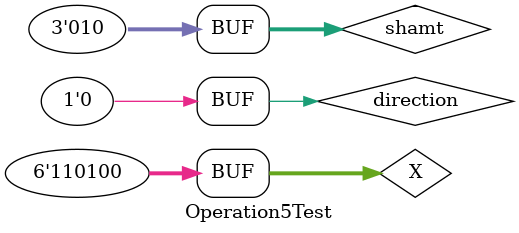
<source format=v>
`timescale 1ns / 1ps


module Operation5Test;

	// Inputs
	reg direction;
	reg [5:0] X;
	reg [2:0] shamt;

	// Outputs
	wire [3:0] d1;
	wire [3:0] d2;
	wire [3:0] d3;
	wire [3:0] d4;
	wire [3:0] d5;
	wire [3:0] d6;

	// Instantiate the Unit Under Test (UUT)
	Operation5 uut (
		.direction(direction), 
		.X(X), 
		.shamt(shamt), 
		.d1(d1), 
		.d2(d2), 
		.d3(d3), 
		.d4(d4), 
		.d5(d5), 
		.d6(d6)
	);

	initial begin
		// Initialize Inputs
		direction = 1'b0;
		X = 6'b110100;
		shamt = 3'b010;

		// Wait 100 ns for global reset to finish
		#100;
        
		// Add stimulus here

	end
      
endmodule


</source>
